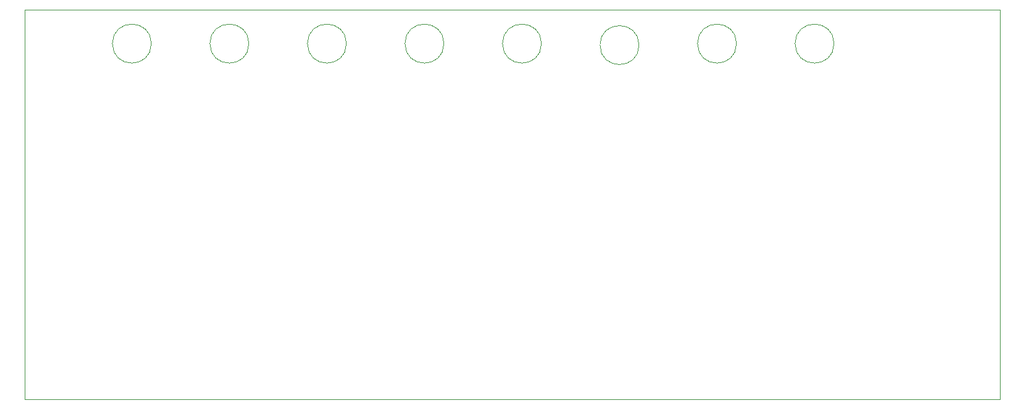
<source format=gbr>
From 3f7774b8bc5b14239f492213a78a5ff3669df1cf Mon Sep 17 00:00:00 2001
From: Blaise Thompson <blaise@untzag.com>
Date: Tue, 11 Aug 2020 13:01:37 -0500
Subject: forgotten

---
 daugher/gerber/daughter-Edge_Cuts.gbr | 55 +++++++++++++++++++++++++++++++++++
 1 file changed, 55 insertions(+)
 create mode 100644 daugher/gerber/daughter-Edge_Cuts.gbr

(limited to 'daugher/gerber/daughter-Edge_Cuts.gbr')

diff --git a/daugher/gerber/daughter-Edge_Cuts.gbr b/daugher/gerber/daughter-Edge_Cuts.gbr
new file mode 100644
index 0000000..879f7eb
--- /dev/null
+++ b/daugher/gerber/daughter-Edge_Cuts.gbr
@@ -0,0 +1,55 @@
+G04 #@! TF.GenerationSoftware,KiCad,Pcbnew,5.1.5+dfsg1-2*
+G04 #@! TF.CreationDate,2020-03-03T15:33:36-06:00*
+G04 #@! TF.ProjectId,daughter,64617567-6874-4657-922e-6b696361645f,1.3.1*
+G04 #@! TF.SameCoordinates,Original*
+G04 #@! TF.FileFunction,Profile,NP*
+%FSLAX46Y46*%
+G04 Gerber Fmt 4.6, Leading zero omitted, Abs format (unit mm)*
+G04 Created by KiCad (PCBNEW 5.1.5+dfsg1-2) date 2020-03-03 15:33:36*
+%MOMM*%
+%LPD*%
+G04 APERTURE LIST*
+%ADD10C,0.050000*%
+G04 APERTURE END LIST*
+D10*
+X92710000Y-64770000D02*
+G75*
+G03X92710000Y-64770000I-2540000J0D01*
+G01*
+X156210000Y-64770000D02*
+G75*
+G03X156210000Y-64770000I-2540000J0D01*
+G01*
+X143510000Y-64770000D02*
+G75*
+G03X143510000Y-64770000I-2540000J0D01*
+G01*
+X130810000Y-64960500D02*
+G75*
+G03X130810000Y-64960500I-2540000J0D01*
+G01*
+X118110000Y-64770000D02*
+G75*
+G03X118110000Y-64770000I-2540000J0D01*
+G01*
+X105410000Y-64770000D02*
+G75*
+G03X105410000Y-64770000I-2540000J0D01*
+G01*
+X80010000Y-64770000D02*
+G75*
+G03X80010000Y-64770000I-2540000J0D01*
+G01*
+X67310000Y-64770000D02*
+G75*
+G03X67310000Y-64770000I-2540000J0D01*
+G01*
+X177800000Y-60325000D02*
+X50800000Y-60325000D01*
+X177800000Y-111125000D02*
+X177800000Y-60325000D01*
+X50800000Y-111125000D02*
+X177800000Y-111125000D01*
+X50800000Y-60325000D02*
+X50800000Y-111125000D01*
+M02*
-- 
cgit v1.2.3


</source>
